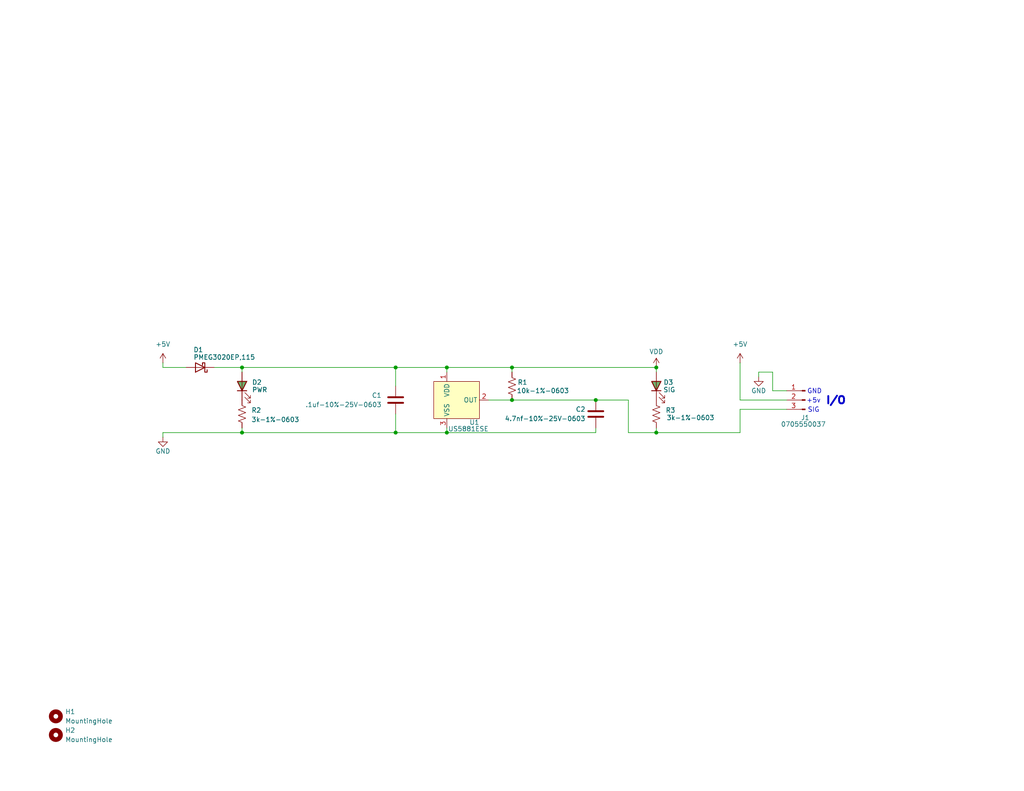
<source format=kicad_sch>
(kicad_sch (version 20231120) (generator "eeschema") (generator_version "8.0")
  (paper "A")
  (title_block (title "Hall Switch") (date "2024-08-18") (rev "R1") (company "Spartan Robotics"))
  (lib_symbols
    (symbol "Connector:Conn_01x03_Pin" (pin_names (offset 1.016) hide)
      (property "Reference" "J" (at 0 5.08 0))
      (property "Value" "Conn_01x03_Pin" (at 0 -5.08 0))
      (symbol "Conn_01x03_Pin_1_1"
        (polyline (pts (xy 1.27 -2.54) (xy 0.8636 -2.54)) (stroke (width 0.1524)))
        (polyline (pts (xy 1.27 0) (xy 0.8636 0)) (stroke (width 0.1524)))
        (polyline (pts (xy 1.27 2.54) (xy 0.8636 2.54)) (stroke (width 0.1524)))
        (rectangle (start 0.8636 -2.413) (end 0 -2.667) (stroke (width 0.1524)) (fill (type outline)))
        (rectangle (start 0.8636 0.127) (end 0 -0.127) (stroke (width 0.1524)) (fill (type outline)))
        (rectangle (start 0.8636 2.667) (end 0 2.413) (stroke (width 0.1524)) (fill (type outline)))
        (pin passive line (at 5.08 2.54 180) (length 3.81) (name "Pin_1") (number "1"))
        (pin passive line (at 5.08 0 180) (length 3.81) (name "Pin_2") (number "2"))
        (pin passive line (at 5.08 -2.54 180) (length 3.81) (name "Pin_3") (number "3"))
      )
    )
    (symbol "Device:C" (pin_numbers hide) (pin_names (offset 0.254))
      (property "Reference" "C" (at 0.635 2.54 0))
      (property "Value" "C" (at 0.635 -2.54 0))
      (symbol "C_0_1"
        (polyline (pts (xy -2.032 -0.762) (xy 2.032 -0.762)) (stroke (width 0.508)))
        (polyline (pts (xy -2.032 0.762) (xy 2.032 0.762)) (stroke (width 0.508)))
      )
      (symbol "C_1_1"
        (pin passive line (at 0 3.81 270) (length 2.794) (name "~") (number "1"))
        (pin passive line (at 0 -3.81 90) (length 2.794) (name "~") (number "2"))
      )
    )
    (symbol "Device:D_Schottky" (pin_numbers hide) (pin_names (offset 1.016) hide)
      (property "Reference" "D" (at 0 2.54 0))
      (property "Value" "D_Schottky" (at 0 -2.54 0))
      (symbol "D_Schottky_0_1"
        (polyline (pts (xy 1.27 0) (xy -1.27 0)))
        (polyline (pts (xy 1.27 1.27) (xy 1.27 -1.27) (xy -1.27 0) (xy 1.27 1.27)) (stroke (width 0.254)))
        (polyline (pts (xy -1.905 0.635) (xy -1.905 1.27) (xy -1.27 1.27) (xy -1.27 -1.27) (xy -0.635 -1.27) (xy -0.635 -0.635)) (stroke (width 0.254)))
      )
      (symbol "D_Schottky_1_1"
        (pin passive line (at -3.81 0 0) (length 2.54) (name "K") (number "1"))
        (pin passive line (at 3.81 0 180) (length 2.54) (name "A") (number "2"))
      )
    )
    (symbol "Device:R_US" (pin_numbers hide) (pin_names (offset 0))
      (property "Reference" "R" (at 2.54 0 90))
      (property "Value" "R_US" (at -2.54 0 90))
      (symbol "R_US_0_1"
        (polyline (pts (xy 0 -2.286) (xy 0 -2.54)))
        (polyline (pts (xy 0 2.286) (xy 0 2.54)))
        (polyline (pts (xy 0 -0.762) (xy 1.016 -1.143) (xy 0 -1.524) (xy -1.016 -1.905) (xy 0 -2.286)))
        (polyline (pts (xy 0 0.762) (xy 1.016 0.381) (xy 0 0) (xy -1.016 -0.381) (xy 0 -0.762)))
        (polyline (pts (xy 0 2.286) (xy 1.016 1.905) (xy 0 1.524) (xy -1.016 1.143) (xy 0 0.762)))
      )
      (symbol "R_US_1_1"
        (pin passive line (at 0 3.81 270) (length 1.27) (name "~") (number "1"))
        (pin passive line (at 0 -3.81 90) (length 1.27) (name "~") (number "2"))
      )
    )
    (symbol "HallEffect:US5881"
      (property "Reference" "U" (at 7.62 -6.35 0))
      (symbol "US5881_1_1"
        (rectangle (start -6.096 5.08) (end 6.35 -5.08) (fill (type background)))
        (pin input line (at -2.54 7.62 270) (length 2.54) (name "VDD") (number "1"))
        (pin input line (at 8.89 0 180) (length 2.54) (name "OUT") (number "2"))
        (pin input line (at -2.54 -7.62 90) (length 2.54) (name "VSS") (number "3"))
      )
    )
    (symbol "LED_1" (pin_numbers hide) (pin_names (offset 1.016) hide)
      (property "Reference" "D1" (at -0.762 -3.81 90))
      (property "Value" "LED" (at 1.27 -4.318 90))
      (symbol "LED_1_0_1"
        (polyline (pts (xy -1.27 -1.27) (xy -1.27 1.27)) (stroke (width 0.254)))
        (polyline (pts (xy -1.27 0) (xy 1.27 0)))
        (polyline (pts (xy -3.048 -0.762) (xy -4.572 -2.286) (xy -3.81 -2.286) (xy -4.572 -2.286) (xy -4.572 -1.524)))
        (polyline (pts (xy -1.778 -0.762) (xy -3.302 -2.286) (xy -2.54 -2.286) (xy -3.302 -2.286) (xy -3.302 -1.524)))
      )
      (symbol "LED_1_1_1"
        (polyline (pts (xy 1.27 -1.27) (xy 1.27 1.27) (xy -1.27 0) (xy 1.27 -1.27)) (stroke (width 0.254)) (fill (type color) (color 37 136 35 0.66)))
        (pin passive line (at -3.81 0 0) (length 2.54) (name "K") (number "1"))
        (pin passive line (at 3.81 0 180) (length 2.54) (name "A") (number "2"))
      )
    )
    (symbol "Mechanical:MountingHole" (pin_names (offset 1.016)) (exclude_from_sim yes) (in_bom no)
      (property "Reference" "H" (at 0 5.08 0))
      (property "Value" "MountingHole" (at 0 3.175 0))
      (symbol "MountingHole_0_1"
        (circle (center 0 0) (radius 1.27) (stroke (width 1.27)))
      )
    )
    (symbol "power:+5V" (power) (pin_numbers hide) (pin_names (offset 0) hide)
      (property "Value" "+5V" (at 0 3.556 0))
      (symbol "+5V_0_1"
        (polyline (pts (xy -0.762 1.27) (xy 0 2.54)))
        (polyline (pts (xy 0 0) (xy 0 2.54)))
        (polyline (pts (xy 0 2.54) (xy 0.762 1.27)))
      )
      (symbol "+5V_1_1"
        (pin power_in line (at 0 0 90) (length 0) (name "~") (number "1"))
      )
    )
    (symbol "power:+5VD" (power) (pin_numbers hide) (pin_names (offset 0) hide)
      (property "Value" "+5VD" (at 0 3.556 0))
      (symbol "+5VD_0_1"
        (polyline (pts (xy -0.762 1.27) (xy 0 2.54)))
        (polyline (pts (xy 0 0) (xy 0 2.54)))
        (polyline (pts (xy 0 2.54) (xy 0.762 1.27)))
      )
      (symbol "+5VD_1_1"
        (pin power_in line (at 0 0 90) (length 0) (name "~") (number "1"))
      )
    )
    (symbol "power:GND" (power) (pin_numbers hide) (pin_names (offset 0) hide)
      (property "Value" "GND" (at 0 -3.81 0))
      (symbol "GND_0_1"
        (polyline (pts (xy 0 0) (xy 0 -1.27) (xy 1.27 -1.27) (xy 0 -2.54) (xy -1.27 -1.27) (xy 0 -1.27)))
      )
      (symbol "GND_1_1"
        (pin power_in line (at 0 0 270) (length 0) (name "~") (number "1"))
      )
    )
  )
  (junction (at 107.95 118.11))
  (junction (at 139.7 100.33))
  (junction (at 66.04 100.33))
  (junction (at 179.07 118.11))
  (junction (at 66.04 118.11))
  (junction (at 121.92 100.33))
  (junction (at 107.95 100.33))
  (junction (at 121.92 118.11))
  (junction (at 179.07 100.33))
  (junction (at 162.56 109.22))
  (junction (at 139.7 109.22))
  (wire (pts (xy 207.01 101.6) (xy 207.01 102.87)))
  (wire (pts (xy 107.95 113.03) (xy 107.95 118.11)))
  (wire (pts (xy 201.93 111.76) (xy 214.63 111.76)))
  (wire (pts (xy 44.45 100.33) (xy 50.8 100.33)))
  (wire (pts (xy 121.92 116.84) (xy 121.92 118.11)))
  (wire (pts (xy 44.45 99.06) (xy 44.45 100.33)))
  (wire (pts (xy 121.92 100.33) (xy 139.7 100.33)))
  (wire (pts (xy 179.07 100.33) (xy 179.07 101.6)))
  (wire (pts (xy 214.63 106.68) (xy 210.82 106.68)))
  (wire (pts (xy 201.93 118.11) (xy 201.93 111.76)))
  (wire (pts (xy 107.95 100.33) (xy 107.95 105.41)))
  (wire (pts (xy 66.04 118.11) (xy 107.95 118.11)))
  (wire (pts (xy 210.82 106.68) (xy 210.82 101.6)))
  (wire (pts (xy 179.07 118.11) (xy 179.07 116.84)))
  (wire (pts (xy 58.42 100.33) (xy 66.04 100.33)))
  (wire (pts (xy 66.04 100.33) (xy 66.04 101.6)))
  (wire (pts (xy 121.92 101.6) (xy 121.92 100.33)))
  (wire (pts (xy 162.56 116.84) (xy 162.56 118.11)))
  (wire (pts (xy 107.95 118.11) (xy 121.92 118.11)))
  (wire (pts (xy 44.45 118.11) (xy 44.45 119.38)))
  (wire (pts (xy 210.82 101.6) (xy 207.01 101.6)))
  (wire (pts (xy 171.45 118.11) (xy 179.07 118.11)))
  (wire (pts (xy 121.92 118.11) (xy 162.56 118.11)))
  (wire (pts (xy 133.35 109.22) (xy 139.7 109.22)))
  (wire (pts (xy 171.45 109.22) (xy 171.45 118.11)))
  (wire (pts (xy 139.7 101.6) (xy 139.7 100.33)))
  (wire (pts (xy 139.7 109.22) (xy 162.56 109.22)))
  (wire (pts (xy 162.56 109.22) (xy 171.45 109.22)))
  (wire (pts (xy 66.04 100.33) (xy 107.95 100.33)))
  (wire (pts (xy 201.93 109.22) (xy 201.93 99.06)))
  (wire (pts (xy 107.95 100.33) (xy 121.92 100.33)))
  (wire (pts (xy 44.45 118.11) (xy 66.04 118.11)))
  (wire (pts (xy 179.07 118.11) (xy 201.93 118.11)))
  (wire (pts (xy 66.04 116.84) (xy 66.04 118.11)))
  (wire (pts (xy 139.7 100.33) (xy 179.07 100.33)))
  (wire (pts (xy 214.63 109.22) (xy 201.93 109.22)))
  (text "GND" (at 222.25 106.934 0) (effects (font (size 1.27 1.27))))
  (text "SIG\n" (at 221.996 112.014 0) (effects (font (size 1.27 1.27))))
  (text "I/O\n" (at 228.092 109.474 0) (effects (font (size 2 2) (thickness 0.6) (bold yes))))
  (text "+5v\n" (at 221.996 109.474 0) (effects (font (size 1.27 1.27))))
  (symbol (lib_id "Device:R_US") (at 66.04 113.03 0) (unit 1)
    (property "Reference" "R2" (at 68.58 112.014 0) (effects (justify left)))
    (property "Value" "3k-1%-0603" (at 68.58 114.554 0) (effects (justify left)))
    (property "Footprint" "Resistor_SMD:R_0603_1608Metric" (effects (hide yes)))
    (property "Datasheet" "Components/sei-rmcf_rmcp.pdf" (effects (hide yes)))
    (property "Description" "Resistor, US symbol" (effects (hide yes)))
    (property "MFG" "Stackpole Electronics Inc" (effects (hide yes)))
    (property "MFG P/N" "ERA-3AEB302VRMCF0603FT3K00" (effects (hide yes)))
    (property "DIST" "DIGIKEY" (effects (hide yes)))
    (property "DIST P/N" "RMCF0603FT3K00CT-ND" (effects (hide yes)))
    (property "LINK" "https://www.digikey.com/en/products/detail/stackpole-electronics-inc/RMCF0603FT3K00/1713988" (effects (hide yes)))
  )
  (symbol (lib_id "Mechanical:MountingHole") (at 15.24 195.58 0) (unit 1) (exclude_from_sim yes) (in_bom no)
    (property "Reference" "H1" (at 17.78 194.3099 0) (effects (justify left)))
    (property "Value" "MountingHole" (at 17.78 196.8499 0) (effects (justify left)))
    (property "Footprint" "MountingHole:MountingHole_2.1mm" (effects (hide yes)))
    (property "Description" "Mounting Hole without connection" (effects (hide yes)))
  )
  (symbol (lib_id "Connector:Conn_01x03_Pin") (at 219.71 109.22 0) (mirror y) (unit 1)
    (property "Reference" "J1" (at 219.71 114.046 0))
    (property "Value" "0705550037" (at 219.202 115.824 0))
    (property "Footprint" "HallEffect:70555-0037" (effects (hide yes)))
    (property "Datasheet" "Components/705550037_sd.pdf" (effects (hide yes)))
    (property "Description" "Generic connector, single row, 01x03, script generated" (effects (hide yes)))
    (property "DIST" "DIGIKEY" (effects (hide yes)))
    (property "DIST P/N" "WM4176-ND" (effects (hide yes)))
    (property "MFG" "MOLEX" (effects (hide yes)))
    (property "MFG P/N" "0705550037" (effects (hide yes)))
    (property "LINK" "https://www.digikey.com/en/products/detail/molex/0705550037/1643410" (effects (hide yes)))
  )
  (symbol (lib_id "Device:R_US") (at 179.07 113.03 0) (unit 1)
    (property "Reference" "R3" (at 181.61 112.014 0) (effects (justify left)))
    (property "Value" "3k-1%-0603" (at 181.864 114.046 0) (effects (justify left)))
    (property "Footprint" "Resistor_SMD:R_0603_1608Metric" (effects (hide yes)))
    (property "Datasheet" "Components/sei-rmcf_rmcp.pdf" (effects (hide yes)))
    (property "Description" "Resistor, US symbol" (effects (hide yes)))
    (property "MFG" "Stackpole Electronics Inc" (effects (hide yes)))
    (property "MFG P/N" "ERA-3AEB302VRMCF0603FT3K00" (effects (hide yes)))
    (property "DIST" "DIGIKEY" (effects (hide yes)))
    (property "DIST P/N" "RMCF0603FT3K00CT-ND" (effects (hide yes)))
    (property "LINK" "https://www.digikey.com/en/products/detail/stackpole-electronics-inc/RMCF0603FT3K00/1713988" (effects (hide yes)))
  )
  (symbol (lib_id "HallEffect:US5881") (at 124.46 109.22 0) (unit 1)
    (property "Reference" "U1" (at 130.81 115.316 0) (effects (justify right)))
    (property "Value" "US5881ESE" (at 133.35 117.094 0) (effects (justify right)))
    (property "Footprint" "Package_TO_SOT_SMD:SOT-23-3" (effects (hide yes)))
    (property "Datasheet" "Components/US5881-Datasheet-Melexis.PDF" (effects (hide yes)))
    (property "Description" "Hall Switch" (effects (hide yes)))
    (property "LINK" "https://www.digikey.com/en/products/detail/melexis-technologies-nv/US5881ESE-AAA-000-RE/2139019" (effects (hide yes)))
    (property "DIST" "DIGIKEY" (effects (hide yes)))
    (property "DIST P/N" "US5881ESE-AAA-000-RE" (effects (hide yes)))
    (property "MFG" "Melexis Technologies NV" (effects (hide yes)))
    (property "MFG P/N" "US5881ESE-AAA-000-RECT-ND" (effects (hide yes)))
  )
  (symbol (lib_id "power:GND") (at 207.01 102.87 0) (unit 1)
    (property "Reference" "#PWR03" (effects (hide yes)))
    (property "Value" "GND" (at 207.01 106.68 0))
    (property "Description" "Power symbol creates a global label with name \"GND\" , ground" (effects (hide yes)))
  )
  (symbol (lib_id "power:+5VD") (at 179.07 100.33 0) (unit 1)
    (property "Reference" "#PWR05" (effects (hide yes)))
    (property "Value" "VDD" (at 179.07 96.012 0))
    (property "Description" "Power symbol creates a global label with name \"+5VD\"" (effects (hide yes)))
  )
  (symbol (lib_id "power:+5V") (at 201.93 99.06 0) (unit 1)
    (property "Reference" "#PWR04" (effects (hide yes)))
    (property "Value" "+5V" (at 201.93 93.98 0))
    (property "Description" "Power symbol creates a global label with name \"+5V\"" (effects (hide yes)))
  )
  (symbol (lib_name "LED_1") (lib_id "Device:LED") (at 179.07 105.41 90) (unit 1)
    (property "Reference" "D3" (at 182.372 104.394 90))
    (property "Value" "SIG" (at 182.626 106.426 90))
    (property "Footprint" "LED_SMD:LED_0603_1608Metric" (effects (hide yes)))
    (property "Datasheet" "Components/SML-LXFT0603GC-TR.pdf" (effects (hide yes)))
    (property "Description" "Light emitting diode" (effects (hide yes)))
    (property "MFG" "Lumex Opto/Components Inc." (effects (hide yes)))
    (property "MFG P/N" "SML-LXFT0603GC-TR" (effects (hide yes)))
    (property "DIST" "DIGIKEY" (effects (hide yes)))
    (property "DIST P/N" "67-SML-LXFT0603GC-TRDKR-ND" (effects (hide yes)))
    (property "LINK" "https://www.digikey.com/en/products/detail/lumex-opto-components-inc/SML-LXFT0603GC-TR/7364530" (effects (hide yes)))
  )
  (symbol (lib_id "Device:C") (at 162.56 113.03 0) (mirror y) (unit 1)
    (property "Reference" "C2" (at 159.766 111.76 0) (effects (justify left)))
    (property "Value" "4.7nf-10%-25V-0603" (at 159.766 114.3 0) (effects (justify left)))
    (property "Footprint" "Capacitor_SMD:C_0603_1608Metric" (effects (hide yes)))
    (property "Datasheet" "Components/KEM_C1002_X7R_SMD.pdf" (effects (hide yes)))
    (property "Description" "Unpolarized capacitor" (effects (hide yes)))
    (property "MFG" "KEMET" (effects (hide yes)))
    (property "MFG P/N" "C0603C472K3RAC7867" (effects (hide yes)))
    (property "DIST" "DIGIKEY" (effects (hide yes)))
    (property "DIST P/N" "399-C0603C472K3RAC7867CT-ND" (effects (hide yes)))
    (property "LINK" "https://www.digikey.com/en/products/detail/kemet/C0603C472K3RAC7867/2200844" (effects (hide yes)))
  )
  (symbol (lib_id "Device:R_US") (at 139.7 105.41 0) (unit 1)
    (property "Reference" "R1" (at 141.224 104.394 0) (effects (justify left)))
    (property "Value" "10k-1%-0603" (at 140.97 106.68 0) (effects (justify left)))
    (property "Footprint" "Resistor_SMD:R_0603_1608Metric" (effects (hide yes)))
    (property "Datasheet" "Components/PYu-RC_Group_51_RoHS_L_12.pdf" (effects (hide yes)))
    (property "Description" "Resistor, US symbol" (effects (hide yes)))
    (property "MFG" "YAGEO" (effects (hide yes)))
    (property "MFG P/N" "RC0603FR-0710KL" (effects (hide yes)))
    (property "DIST" "DIGIKEY" (effects (hide yes)))
    (property "DIST P/N" "311-10.0KHRCT-ND" (effects (hide yes)))
    (property "LINK" "https://www.digikey.com/en/products/detail/yageo/RC0603FR-0710KL/726880" (effects (hide yes)))
  )
  (symbol (lib_id "power:+5V") (at 44.45 99.06 0) (unit 1)
    (property "Reference" "#PWR01" (effects (hide yes)))
    (property "Value" "+5V" (at 44.45 93.98 0))
    (property "Description" "Power symbol creates a global label with name \"+5V\"" (effects (hide yes)))
  )
  (symbol (lib_id "Device:C") (at 107.95 109.22 0) (unit 1)
    (property "Reference" "C1" (at 104.14 107.9499 0) (effects (justify right)))
    (property "Value" ".1uf-10%-25V-0603" (at 104.14 110.4899 0) (effects (justify right)))
    (property "Footprint" "Capacitor_SMD:C_0603_1608Metric" (effects (hide yes)))
    (property "Datasheet" "Components/KEM_C1002_X7R_SMD.pdf" (effects (hide yes)))
    (property "Description" "Unpolarized capacitor" (effects (hide yes)))
    (property "MFG" "KEMET" (effects (hide yes)))
    (property "MFG P/N" "C0603C104K3RAC7867" (effects (hide yes)))
    (property "DIST" "DIGIKEY" (effects (hide yes)))
    (property "DIST P/N" "399-C0603C104K3RAC7867CT-ND" (effects (hide yes)))
    (property "LINK" "https://www.digikey.com/en/products/detail/kemet/C0603C104K3RAC7867/416044" (effects (hide yes)))
  )
  (symbol (lib_name "LED_1") (lib_id "Device:LED") (at 66.04 105.41 90) (unit 1)
    (property "Reference" "D2" (at 70.104 104.394 90))
    (property "Value" "PWR" (at 70.866 106.426 90))
    (property "Footprint" "LED_SMD:LED_0603_1608Metric" (effects (hide yes)))
    (property "Datasheet" "Components/SML-LXFT0603GC-TR.pdf" (effects (hide yes)))
    (property "Description" "Light emitting diode" (effects (hide yes)))
    (property "MFG" "Lumex Opto/Components Inc." (effects (hide yes)))
    (property "MFG P/N" "SML-LXFT0603GC-TR" (effects (hide yes)))
    (property "DIST" "DIGIKEY" (effects (hide yes)))
    (property "DIST P/N" "67-SML-LXFT0603GC-TRDKR-ND" (effects (hide yes)))
    (property "LINK" "https://www.digikey.com/en/products/detail/lumex-opto-components-inc/SML-LXFT0603GC-TR/7364530" (effects (hide yes)))
  )
  (symbol (lib_id "Device:D_Schottky") (at 54.61 100.33 180) (unit 1)
    (property "Reference" "D1" (at 54.102 95.504 0))
    (property "Value" "PMEG3020EP,115" (at 61.214 97.536 0))
    (property "Footprint" "Diode_SMD:D_SOD-128" (effects (hide yes)))
    (property "Datasheet" "Components/US5881-Datasheet-Melexis.PDF" (effects (hide yes)))
    (property "Description" "Schottky diode" (effects (hide yes)))
    (property "LINK" "https://www.digikey.com/en/products/detail/nexperia-usa-inc/PMEG3020EP-115/2228689" (effects (hide yes)))
    (property "DIST P/N" "PMEG3020EP,115" (effects (hide yes)))
    (property "MFG" "Nexperia USA Inc." (effects (hide yes)))
    (property "MFG P/N" "1727-5836-1-ND" (effects (hide yes)))
    (property "DIST" "DIGIKEY" (effects (hide yes)))
  )
  (symbol (lib_id "Mechanical:MountingHole") (at 15.24 200.66 0) (unit 1) (exclude_from_sim yes) (in_bom no)
    (property "Reference" "H2" (at 17.78 199.3899 0) (effects (justify left)))
    (property "Value" "MountingHole" (at 17.78 201.9299 0) (effects (justify left)))
    (property "Footprint" "MountingHole:MountingHole_2.1mm" (effects (hide yes)))
    (property "Description" "Mounting Hole without connection" (effects (hide yes)))
  )
  (symbol (lib_id "power:GND") (at 44.45 119.38 0) (unit 1)
    (property "Reference" "#PWR02" (effects (hide yes)))
    (property "Value" "GND" (at 44.45 123.19 0))
    (property "Description" "Power symbol creates a global label with name \"GND\" , ground" (effects (hide yes)))
  )
)
</source>
